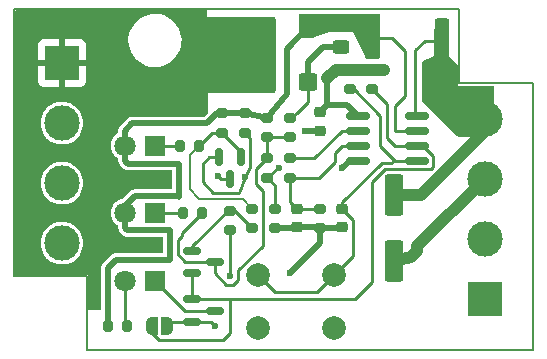
<source format=gtl>
G04 #@! TF.GenerationSoftware,KiCad,Pcbnew,7.0.1-3b83917a11~172~ubuntu20.04.1*
G04 #@! TF.CreationDate,2023-04-02T02:43:19+02:00*
G04 #@! TF.ProjectId,C64Saver2,43363453-6176-4657-9232-2e6b69636164,0.1*
G04 #@! TF.SameCoordinates,Original*
G04 #@! TF.FileFunction,Copper,L1,Top*
G04 #@! TF.FilePolarity,Positive*
%FSLAX46Y46*%
G04 Gerber Fmt 4.6, Leading zero omitted, Abs format (unit mm)*
G04 Created by KiCad (PCBNEW 7.0.1-3b83917a11~172~ubuntu20.04.1) date 2023-04-02 02:43:19*
%MOMM*%
%LPD*%
G01*
G04 APERTURE LIST*
G04 Aperture macros list*
%AMRoundRect*
0 Rectangle with rounded corners*
0 $1 Rounding radius*
0 $2 $3 $4 $5 $6 $7 $8 $9 X,Y pos of 4 corners*
0 Add a 4 corners polygon primitive as box body*
4,1,4,$2,$3,$4,$5,$6,$7,$8,$9,$2,$3,0*
0 Add four circle primitives for the rounded corners*
1,1,$1+$1,$2,$3*
1,1,$1+$1,$4,$5*
1,1,$1+$1,$6,$7*
1,1,$1+$1,$8,$9*
0 Add four rect primitives between the rounded corners*
20,1,$1+$1,$2,$3,$4,$5,0*
20,1,$1+$1,$4,$5,$6,$7,0*
20,1,$1+$1,$6,$7,$8,$9,0*
20,1,$1+$1,$8,$9,$2,$3,0*%
%AMFreePoly0*
4,1,19,0.500000,-0.750000,0.000000,-0.750000,0.000000,-0.744911,-0.071157,-0.744911,-0.207708,-0.704816,-0.327430,-0.627875,-0.420627,-0.520320,-0.479746,-0.390866,-0.500000,-0.250000,-0.500000,0.250000,-0.479746,0.390866,-0.420627,0.520320,-0.327430,0.627875,-0.207708,0.704816,-0.071157,0.744911,0.000000,0.744911,0.000000,0.750000,0.500000,0.750000,0.500000,-0.750000,0.500000,-0.750000,
$1*%
%AMFreePoly1*
4,1,19,0.000000,0.744911,0.071157,0.744911,0.207708,0.704816,0.327430,0.627875,0.420627,0.520320,0.479746,0.390866,0.500000,0.250000,0.500000,-0.250000,0.479746,-0.390866,0.420627,-0.520320,0.327430,-0.627875,0.207708,-0.704816,0.071157,-0.744911,0.000000,-0.744911,0.000000,-0.750000,-0.500000,-0.750000,-0.500000,0.750000,0.000000,0.750000,0.000000,0.744911,0.000000,0.744911,
$1*%
G04 Aperture macros list end*
G04 #@! TA.AperFunction,SMDPad,CuDef*
%ADD10RoundRect,0.150000X-0.825000X-0.150000X0.825000X-0.150000X0.825000X0.150000X-0.825000X0.150000X0*%
G04 #@! TD*
G04 #@! TA.AperFunction,ComponentPad*
%ADD11R,3.000000X3.000000*%
G04 #@! TD*
G04 #@! TA.AperFunction,ComponentPad*
%ADD12C,3.000000*%
G04 #@! TD*
G04 #@! TA.AperFunction,SMDPad,CuDef*
%ADD13RoundRect,0.250000X-0.550000X1.500000X-0.550000X-1.500000X0.550000X-1.500000X0.550000X1.500000X0*%
G04 #@! TD*
G04 #@! TA.AperFunction,SMDPad,CuDef*
%ADD14RoundRect,0.200000X-0.275000X0.200000X-0.275000X-0.200000X0.275000X-0.200000X0.275000X0.200000X0*%
G04 #@! TD*
G04 #@! TA.AperFunction,SMDPad,CuDef*
%ADD15RoundRect,0.200000X0.275000X-0.200000X0.275000X0.200000X-0.275000X0.200000X-0.275000X-0.200000X0*%
G04 #@! TD*
G04 #@! TA.AperFunction,SMDPad,CuDef*
%ADD16RoundRect,0.150000X-0.150000X0.587500X-0.150000X-0.587500X0.150000X-0.587500X0.150000X0.587500X0*%
G04 #@! TD*
G04 #@! TA.AperFunction,SMDPad,CuDef*
%ADD17FreePoly0,180.000000*%
G04 #@! TD*
G04 #@! TA.AperFunction,SMDPad,CuDef*
%ADD18FreePoly1,180.000000*%
G04 #@! TD*
G04 #@! TA.AperFunction,SMDPad,CuDef*
%ADD19RoundRect,0.225000X-0.250000X0.225000X-0.250000X-0.225000X0.250000X-0.225000X0.250000X0.225000X0*%
G04 #@! TD*
G04 #@! TA.AperFunction,SMDPad,CuDef*
%ADD20RoundRect,0.150000X-0.587500X-0.150000X0.587500X-0.150000X0.587500X0.150000X-0.587500X0.150000X0*%
G04 #@! TD*
G04 #@! TA.AperFunction,ComponentPad*
%ADD21R,1.800000X1.800000*%
G04 #@! TD*
G04 #@! TA.AperFunction,ComponentPad*
%ADD22C,1.800000*%
G04 #@! TD*
G04 #@! TA.AperFunction,SMDPad,CuDef*
%ADD23RoundRect,0.200000X-0.200000X-0.275000X0.200000X-0.275000X0.200000X0.275000X-0.200000X0.275000X0*%
G04 #@! TD*
G04 #@! TA.AperFunction,SMDPad,CuDef*
%ADD24RoundRect,0.200000X0.200000X0.275000X-0.200000X0.275000X-0.200000X-0.275000X0.200000X-0.275000X0*%
G04 #@! TD*
G04 #@! TA.AperFunction,SMDPad,CuDef*
%ADD25RoundRect,0.250000X-0.450000X0.325000X-0.450000X-0.325000X0.450000X-0.325000X0.450000X0.325000X0*%
G04 #@! TD*
G04 #@! TA.AperFunction,SMDPad,CuDef*
%ADD26RoundRect,0.250001X0.549999X0.499999X-0.549999X0.499999X-0.549999X-0.499999X0.549999X-0.499999X0*%
G04 #@! TD*
G04 #@! TA.AperFunction,SMDPad,CuDef*
%ADD27RoundRect,0.249999X1.350001X1.300001X-1.350001X1.300001X-1.350001X-1.300001X1.350001X-1.300001X0*%
G04 #@! TD*
G04 #@! TA.AperFunction,SMDPad,CuDef*
%ADD28RoundRect,0.250003X3.099997X2.999997X-3.099997X2.999997X-3.099997X-2.999997X3.099997X-2.999997X0*%
G04 #@! TD*
G04 #@! TA.AperFunction,SMDPad,CuDef*
%ADD29RoundRect,0.250000X0.362500X1.425000X-0.362500X1.425000X-0.362500X-1.425000X0.362500X-1.425000X0*%
G04 #@! TD*
G04 #@! TA.AperFunction,ComponentPad*
%ADD30C,2.000000*%
G04 #@! TD*
G04 #@! TA.AperFunction,ViaPad*
%ADD31C,0.600000*%
G04 #@! TD*
G04 #@! TA.AperFunction,Conductor*
%ADD32C,1.000000*%
G04 #@! TD*
G04 #@! TA.AperFunction,Conductor*
%ADD33C,0.254000*%
G04 #@! TD*
G04 #@! TA.AperFunction,Conductor*
%ADD34C,0.500000*%
G04 #@! TD*
G04 #@! TA.AperFunction,Conductor*
%ADD35C,0.200000*%
G04 #@! TD*
G04 #@! TA.AperFunction,Profile*
%ADD36C,0.150000*%
G04 #@! TD*
G04 APERTURE END LIST*
D10*
X169610000Y-92710000D03*
X169610000Y-93980000D03*
X169610000Y-95250000D03*
X169610000Y-96520000D03*
X174560000Y-96520000D03*
X174560000Y-95250000D03*
X174560000Y-93980000D03*
X174560000Y-92710000D03*
D11*
X180340000Y-108204000D03*
D12*
X180340000Y-103124000D03*
X180340000Y-98044000D03*
X180340000Y-92964000D03*
D13*
X172682208Y-99448374D03*
X172682208Y-105048374D03*
D14*
X160020000Y-92520000D03*
X160020000Y-94170000D03*
D15*
X161925000Y-97980000D03*
X161925000Y-96330000D03*
D14*
X170815000Y-88837000D03*
X170815000Y-90487000D03*
D11*
X144526000Y-88265000D03*
D12*
X144526000Y-93345000D03*
X144526000Y-98425000D03*
X144526000Y-103505000D03*
D14*
X163830000Y-92901000D03*
X163830000Y-94551000D03*
X160655000Y-100585000D03*
X160655000Y-102235000D03*
D16*
X159700000Y-96217500D03*
X157800000Y-96217500D03*
X158750000Y-98092500D03*
D17*
X153414630Y-110555705D03*
D18*
X152114630Y-110555705D03*
D19*
X168275000Y-100635000D03*
X168275000Y-102185000D03*
D14*
X163830000Y-96330000D03*
X163830000Y-97980000D03*
D20*
X155575000Y-108270000D03*
X155575000Y-110170000D03*
X157450000Y-109220000D03*
D14*
X162560000Y-100585000D03*
X162560000Y-102235000D03*
D21*
X152400000Y-100965000D03*
D22*
X149860000Y-100965000D03*
D14*
X166370000Y-100585000D03*
X166370000Y-102235000D03*
D23*
X148400000Y-110490000D03*
X150050000Y-110490000D03*
D24*
X156400000Y-100965000D03*
X154750000Y-100965000D03*
D25*
X168148000Y-84827000D03*
X168148000Y-86877000D03*
D19*
X164465000Y-100635000D03*
X164465000Y-102185000D03*
D20*
X155575000Y-104145000D03*
X155575000Y-106045000D03*
X157450000Y-105095000D03*
D23*
X154496000Y-95250000D03*
X156146000Y-95250000D03*
D19*
X166370000Y-92430000D03*
X166370000Y-93980000D03*
D14*
X158750000Y-100775000D03*
X158750000Y-102425000D03*
D26*
X165380000Y-89852000D03*
D27*
X160980000Y-89252000D03*
X160980000Y-85852000D03*
D28*
X159230000Y-87552000D03*
D27*
X157480000Y-89252000D03*
X157480000Y-85852000D03*
D26*
X165380000Y-85252000D03*
D21*
X152400000Y-95250000D03*
D22*
X149860000Y-95250000D03*
D14*
X158115000Y-92520000D03*
X158115000Y-94170000D03*
D29*
X176698500Y-86106000D03*
X170773500Y-86106000D03*
D21*
X152400000Y-106680000D03*
D22*
X149860000Y-106680000D03*
D14*
X161925000Y-92901000D03*
X161925000Y-94551000D03*
X168910000Y-88837000D03*
X168910000Y-90487000D03*
D30*
X161088000Y-106208000D03*
X167588000Y-106208000D03*
X161088000Y-110708000D03*
X167588000Y-110708000D03*
D31*
X168275000Y-97155000D03*
X157480000Y-110490000D03*
X157734000Y-97790000D03*
X158750000Y-106299000D03*
X165100000Y-93980000D03*
X163830000Y-106045000D03*
X175895000Y-88900000D03*
X177692427Y-91396637D03*
X177165000Y-90170000D03*
X176422427Y-91396637D03*
X175895000Y-90170000D03*
X177165000Y-88900000D03*
X171762093Y-88827176D03*
X160020000Y-97917263D03*
X162888928Y-97117043D03*
X153670000Y-90170000D03*
X154940000Y-90170000D03*
X157480000Y-87630000D03*
X157480000Y-88900000D03*
X161290000Y-90170000D03*
X161290000Y-85090000D03*
X157480000Y-90170000D03*
X158750000Y-86360000D03*
X158750000Y-85090000D03*
X148590000Y-90170000D03*
X160020000Y-86360000D03*
X161290000Y-87630000D03*
X160020000Y-88900000D03*
X160020000Y-87630000D03*
X161290000Y-88900000D03*
X157480000Y-86360000D03*
X151130000Y-90170000D03*
X161290000Y-86360000D03*
X154940000Y-88900000D03*
X160020000Y-90170000D03*
X149860000Y-88900000D03*
X158750000Y-88900000D03*
X157480000Y-85090000D03*
X148590000Y-87630000D03*
X158750000Y-87630000D03*
X149860000Y-90170000D03*
X158750000Y-90170000D03*
X148590000Y-88900000D03*
X160020000Y-85090000D03*
X152400000Y-90170000D03*
D32*
X172682208Y-99448374D02*
X174911896Y-99448374D01*
D33*
X171622518Y-96717873D02*
X168275000Y-100065391D01*
D32*
X174911896Y-99448374D02*
X180340000Y-94020270D01*
D33*
X172720000Y-96520000D02*
X172603159Y-96520000D01*
X172603159Y-96520000D02*
X172405286Y-96717873D01*
D32*
X180340000Y-94020270D02*
X180340000Y-92964000D01*
D33*
X168275000Y-100065391D02*
X168275000Y-100635000D01*
X174560000Y-95250000D02*
X175081001Y-95250000D01*
X175962000Y-96130999D02*
X175962000Y-97088000D01*
X170815000Y-98308159D02*
X170815000Y-106807000D01*
X172405286Y-96717873D02*
X171622518Y-96717873D01*
X169352000Y-108270000D02*
X170561000Y-107061000D01*
X175081001Y-95250000D02*
X175962000Y-96130999D01*
X175962000Y-97088000D02*
X175778626Y-97271374D01*
X175778626Y-97271374D02*
X171851785Y-97271374D01*
X171851785Y-97271374D02*
X170815000Y-98308159D01*
X170815000Y-106807000D02*
X170561000Y-107061000D01*
X166327768Y-97980000D02*
X167640000Y-96667768D01*
X167640000Y-96667768D02*
X167640000Y-95885000D01*
X167640000Y-95885000D02*
X168275000Y-95250000D01*
X168275000Y-95250000D02*
X169610000Y-95250000D01*
X163830000Y-96330000D02*
X165911240Y-96330000D01*
X165911240Y-96330000D02*
X168261240Y-93980000D01*
X168261240Y-93980000D02*
X169610000Y-93980000D01*
D34*
X169610000Y-96520000D02*
X168910000Y-96520000D01*
X168910000Y-96520000D02*
X168275000Y-97155000D01*
X167005000Y-91795000D02*
X168695000Y-91795000D01*
X168695000Y-91795000D02*
X169610000Y-92710000D01*
D33*
X168910000Y-90487000D02*
X169227000Y-90487000D01*
X169227000Y-90487000D02*
X171450000Y-92710000D01*
X171450000Y-92710000D02*
X171450000Y-95250000D01*
X171450000Y-95250000D02*
X172720000Y-96520000D01*
X172720000Y-96520000D02*
X174560000Y-96520000D01*
X170815000Y-90487000D02*
X172085000Y-91757000D01*
X172085000Y-91757000D02*
X172085000Y-94615000D01*
X172085000Y-94615000D02*
X172720000Y-95250000D01*
X172720000Y-95250000D02*
X174560000Y-95250000D01*
X173592496Y-91024927D02*
X172720000Y-91897423D01*
X172720000Y-93980000D02*
X174560000Y-93980000D01*
X172720000Y-91897423D02*
X172720000Y-93980000D01*
X176606000Y-86360000D02*
X175260000Y-86360000D01*
X175260000Y-86360000D02*
X174456500Y-87163500D01*
X174456500Y-87163500D02*
X174456500Y-92606500D01*
X174456500Y-92606500D02*
X174560000Y-92710000D01*
D34*
X154379000Y-99515000D02*
X150675000Y-99515000D01*
D33*
X172466000Y-86106000D02*
X170773500Y-86106000D01*
D34*
X154432000Y-99568000D02*
X154379000Y-99515000D01*
X153670000Y-104902000D02*
X149098000Y-104902000D01*
X150492208Y-93345000D02*
X156845000Y-93345000D01*
X153670000Y-102415000D02*
X153670000Y-104902000D01*
X149098000Y-104902000D02*
X148400000Y-105600000D01*
X150675000Y-99515000D02*
X149860000Y-100330000D01*
X160020000Y-92520000D02*
X161925000Y-92901000D01*
X150037208Y-102415000D02*
X153670000Y-102415000D01*
X149860000Y-95250000D02*
X149860000Y-96522792D01*
X158115000Y-92520000D02*
X160020000Y-92520000D01*
X150111208Y-96774000D02*
X154432000Y-96774000D01*
X157670000Y-92520000D02*
X158115000Y-92520000D01*
D33*
X173592496Y-87232496D02*
X172466000Y-86106000D01*
D34*
X163576000Y-87056000D02*
X165380000Y-85252000D01*
X149860000Y-95250000D02*
X149860000Y-93977208D01*
X149860000Y-100330000D02*
X149860000Y-100965000D01*
X149860000Y-102237792D02*
X150037208Y-102415000D01*
X148400000Y-105600000D02*
X148400000Y-110490000D01*
X149860000Y-93977208D02*
X150492208Y-93345000D01*
X161925000Y-92901000D02*
X163576000Y-90869000D01*
X149860000Y-100965000D02*
X149860000Y-102237792D01*
X156845000Y-93345000D02*
X157670000Y-92520000D01*
X154432000Y-96774000D02*
X154432000Y-99568000D01*
X149860000Y-96522792D02*
X150111208Y-96774000D01*
X163576000Y-90869000D02*
X163576000Y-87056000D01*
D33*
X173592496Y-91024927D02*
X173592496Y-87232496D01*
D34*
X168225000Y-102235000D02*
X168275000Y-102185000D01*
X166370000Y-103505000D02*
X163830000Y-106045000D01*
D32*
X174111000Y-104654000D02*
X174625000Y-104140000D01*
D33*
X153800335Y-110170000D02*
X153414630Y-110555705D01*
X157160000Y-110170000D02*
X157480000Y-110490000D01*
D34*
X166370000Y-102235000D02*
X168225000Y-102235000D01*
X166370000Y-93980000D02*
X165100000Y-93980000D01*
X162560000Y-102235000D02*
X164415000Y-102235000D01*
D32*
X172682208Y-105048374D02*
X174111000Y-104654000D01*
D33*
X158036500Y-98092500D02*
X157734000Y-97790000D01*
X155575000Y-110170000D02*
X157160000Y-110170000D01*
D32*
X174625000Y-103759000D02*
X180340000Y-98044000D01*
D34*
X164415000Y-102235000D02*
X164465000Y-102185000D01*
X164465000Y-102185000D02*
X166320000Y-102185000D01*
D33*
X158750000Y-98092500D02*
X158036500Y-98092500D01*
D34*
X166370000Y-102235000D02*
X166370000Y-103505000D01*
D32*
X174625000Y-104140000D02*
X174625000Y-103759000D01*
D33*
X158750000Y-102235000D02*
X158750000Y-106299000D01*
X155575000Y-110170000D02*
X153800335Y-110170000D01*
D34*
X166320000Y-102185000D02*
X166370000Y-102235000D01*
X168148000Y-86877000D02*
X166615000Y-86877000D01*
D33*
X164465000Y-92520000D02*
X163830000Y-92901000D01*
D34*
X165354000Y-88138000D02*
X165354000Y-89826000D01*
D33*
X165380000Y-91605000D02*
X164465000Y-92520000D01*
D34*
X165354000Y-89826000D02*
X165380000Y-89852000D01*
X166615000Y-86877000D02*
X165354000Y-88138000D01*
D33*
X165380000Y-89852000D02*
X165380000Y-91605000D01*
D32*
X167005000Y-89535000D02*
X167703000Y-88837000D01*
D34*
X166370000Y-92430000D02*
X167005000Y-91795000D01*
D32*
X171762093Y-88827176D02*
X170815000Y-88837000D01*
D34*
X167005000Y-91795000D02*
X167005000Y-89535000D01*
D33*
X176698500Y-89217270D02*
X176698500Y-86106000D01*
X175832000Y-88837000D02*
X175895000Y-88900000D01*
D32*
X170815000Y-88837000D02*
X168910000Y-88837000D01*
X167703000Y-88837000D02*
X168910000Y-88837000D01*
D33*
X161557000Y-99073000D02*
X160981000Y-98497000D01*
X154686000Y-102679000D02*
X156400000Y-100965000D01*
X161925000Y-94551000D02*
X161925000Y-96330000D01*
X154686000Y-102870000D02*
X154686000Y-102679000D01*
X157450000Y-105095000D02*
X154971499Y-105095000D01*
X159476500Y-105801417D02*
X161557000Y-103720917D01*
X157450000Y-106026427D02*
X158449073Y-107025500D01*
X159476500Y-106599927D02*
X159476500Y-105801417D01*
X154971499Y-105095000D02*
X154346501Y-104470002D01*
X161557000Y-103720917D02*
X161557000Y-99073000D01*
X158449073Y-107025500D02*
X159050927Y-107025500D01*
X163830000Y-94551000D02*
X161925000Y-94551000D01*
X154346501Y-103209499D02*
X154686000Y-102870000D01*
X160981000Y-98497000D02*
X160981000Y-97274000D01*
X160981000Y-97274000D02*
X161925000Y-96330000D01*
X157450000Y-105095000D02*
X157450000Y-106026427D01*
X159050927Y-107025500D02*
X159476500Y-106599927D01*
X154346501Y-104470002D02*
X154346501Y-103209499D01*
X160655000Y-102235000D02*
X159005000Y-100585000D01*
X155575000Y-103760000D02*
X155575000Y-104145000D01*
X158750000Y-100585000D02*
X155575000Y-103760000D01*
X159005000Y-100585000D02*
X158750000Y-100585000D01*
X160427000Y-94577000D02*
X160020000Y-94170000D01*
X157359000Y-99257000D02*
X156464000Y-98362000D01*
X157020500Y-96217500D02*
X157800000Y-96217500D01*
X162560000Y-100585000D02*
X162560000Y-98615000D01*
X160427000Y-97044001D02*
X160427000Y-94577000D01*
X156464000Y-96774000D02*
X157020500Y-96217500D01*
X160020000Y-97917263D02*
X160427000Y-97044001D01*
X162787957Y-97117043D02*
X161925000Y-97980000D01*
X162888928Y-97117043D02*
X162787957Y-97117043D01*
X159512000Y-99257000D02*
X157359000Y-99257000D01*
X160020000Y-97917263D02*
X159512000Y-99257000D01*
X156464000Y-98362000D02*
X156464000Y-96774000D01*
X162560000Y-98615000D02*
X161925000Y-97980000D01*
X169177000Y-101537000D02*
X169177000Y-104619000D01*
X169177000Y-104619000D02*
X167588000Y-106208000D01*
X168275000Y-100635000D02*
X169177000Y-101537000D01*
X166116000Y-107680000D02*
X162560000Y-107680000D01*
X162560000Y-107680000D02*
X161088000Y-106208000D01*
X167588000Y-106208000D02*
X166116000Y-107680000D01*
X163830000Y-100000000D02*
X164465000Y-100635000D01*
X163830000Y-97980000D02*
X166327768Y-97980000D01*
X163830000Y-97980000D02*
X163830000Y-100000000D01*
X164515000Y-100585000D02*
X164465000Y-100635000D01*
X166370000Y-100585000D02*
X164515000Y-100585000D01*
X157450000Y-109220000D02*
X154940000Y-109220000D01*
X154940000Y-109220000D02*
X152400000Y-106680000D01*
X152737760Y-111732705D02*
X158142295Y-111732705D01*
X152114630Y-111109575D02*
X152737760Y-111732705D01*
X158750000Y-108270000D02*
X169352000Y-108270000D01*
X152114630Y-110555705D02*
X152114630Y-111109575D01*
X158142295Y-111732705D02*
X158750000Y-111125000D01*
X158750000Y-108270000D02*
X155575000Y-108270000D01*
X158750000Y-111125000D02*
X158750000Y-108270000D01*
X155575000Y-108270000D02*
X155575000Y-106045000D01*
X150050000Y-110490000D02*
X149860000Y-110300000D01*
X149860000Y-110300000D02*
X149860000Y-106680000D01*
X152400000Y-95250000D02*
X154496000Y-95250000D01*
D35*
X156173000Y-99785000D02*
X155330472Y-98942472D01*
X155330472Y-98942472D02*
X155330472Y-96065528D01*
X160655000Y-100585000D02*
X159855000Y-99785000D01*
D33*
X158115000Y-94170000D02*
X157226000Y-94170000D01*
X159700000Y-96217500D02*
X159700000Y-95755000D01*
X157226000Y-94170000D02*
X156146000Y-95250000D01*
X159700000Y-95755000D02*
X158115000Y-94170000D01*
D35*
X155330472Y-96065528D02*
X156146000Y-95250000D01*
X159855000Y-99785000D02*
X156173000Y-99785000D01*
D33*
X152400000Y-100965000D02*
X154750000Y-100965000D01*
G04 #@! TA.AperFunction,Conductor*
G36*
X156787091Y-83785279D02*
G01*
X156833183Y-83831149D01*
X156850265Y-83893889D01*
X156867403Y-87441431D01*
X156891681Y-92466991D01*
X156882207Y-92515537D01*
X156854778Y-92556695D01*
X156653880Y-92757595D01*
X156613002Y-92784909D01*
X156564784Y-92794500D01*
X150503769Y-92794500D01*
X150499468Y-92794427D01*
X150494441Y-92794255D01*
X150435382Y-92792238D01*
X150435381Y-92792238D01*
X150395561Y-92801941D01*
X150382889Y-92804349D01*
X150342287Y-92809929D01*
X150325979Y-92817013D01*
X150305619Y-92823860D01*
X150288357Y-92828066D01*
X150252631Y-92848153D01*
X150241084Y-92853888D01*
X150203486Y-92870220D01*
X150189698Y-92881438D01*
X150171937Y-92893526D01*
X150156448Y-92902234D01*
X150127469Y-92931213D01*
X150117896Y-92939853D01*
X150086098Y-92965723D01*
X150075848Y-92980244D01*
X150062008Y-92996674D01*
X149478899Y-93579782D01*
X149475808Y-93582770D01*
X149428954Y-93626530D01*
X149407662Y-93661542D01*
X149400406Y-93672203D01*
X149375638Y-93704865D01*
X149369116Y-93721404D01*
X149359563Y-93740639D01*
X149350326Y-93755828D01*
X149339267Y-93795296D01*
X149335157Y-93807517D01*
X149320123Y-93845641D01*
X149318305Y-93863326D01*
X149314296Y-93884422D01*
X149309500Y-93901543D01*
X149309500Y-93942528D01*
X149308839Y-93955413D01*
X149304648Y-93996179D01*
X149307668Y-94013697D01*
X149309500Y-94035104D01*
X149309500Y-94108682D01*
X149293576Y-94169994D01*
X149249830Y-94215810D01*
X149133437Y-94287876D01*
X148969018Y-94437765D01*
X148834942Y-94615310D01*
X148735770Y-94814472D01*
X148674886Y-95028459D01*
X148674885Y-95028464D01*
X148654357Y-95250000D01*
X148674885Y-95471536D01*
X148674885Y-95471539D01*
X148674886Y-95471540D01*
X148735770Y-95685527D01*
X148796712Y-95807914D01*
X148834942Y-95884689D01*
X148969019Y-96062236D01*
X149133438Y-96212124D01*
X149233752Y-96274235D01*
X149249830Y-96284190D01*
X149293576Y-96330006D01*
X149309500Y-96391318D01*
X149309500Y-96511231D01*
X149309427Y-96515532D01*
X149307238Y-96579619D01*
X149316941Y-96619438D01*
X149319349Y-96632111D01*
X149324929Y-96672710D01*
X149332010Y-96689011D01*
X149338858Y-96709373D01*
X149343067Y-96726645D01*
X149363154Y-96762372D01*
X149368890Y-96773920D01*
X149385219Y-96811510D01*
X149385220Y-96811512D01*
X149396435Y-96825297D01*
X149408522Y-96843056D01*
X149417235Y-96858552D01*
X149446209Y-96887526D01*
X149454853Y-96897103D01*
X149480722Y-96928900D01*
X149495242Y-96939149D01*
X149511675Y-96952992D01*
X149713767Y-97155084D01*
X149716757Y-97158177D01*
X149760528Y-97205044D01*
X149765049Y-97207793D01*
X149795540Y-97226335D01*
X149806205Y-97233594D01*
X149838866Y-97258361D01*
X149855397Y-97264880D01*
X149874637Y-97274435D01*
X149889826Y-97283672D01*
X149907273Y-97288560D01*
X149929295Y-97294731D01*
X149941513Y-97298839D01*
X149979644Y-97313876D01*
X149996340Y-97315592D01*
X149997318Y-97315693D01*
X150018425Y-97319704D01*
X150035543Y-97324500D01*
X150076528Y-97324500D01*
X150089413Y-97325161D01*
X150092150Y-97325442D01*
X150130180Y-97329352D01*
X150144753Y-97326839D01*
X150147697Y-97326332D01*
X150169104Y-97324500D01*
X153755500Y-97324500D01*
X153818500Y-97341381D01*
X153864619Y-97387500D01*
X153881500Y-97450500D01*
X153881500Y-98838500D01*
X153864619Y-98901500D01*
X153818500Y-98947619D01*
X153755500Y-98964500D01*
X150686561Y-98964500D01*
X150682260Y-98964427D01*
X150677233Y-98964255D01*
X150618174Y-98962238D01*
X150618173Y-98962238D01*
X150578353Y-98971941D01*
X150565681Y-98974349D01*
X150525079Y-98979929D01*
X150508771Y-98987013D01*
X150488411Y-98993860D01*
X150471149Y-98998066D01*
X150435423Y-99018153D01*
X150423876Y-99023888D01*
X150386278Y-99040220D01*
X150372490Y-99051438D01*
X150354729Y-99063526D01*
X150339240Y-99072234D01*
X150310261Y-99101213D01*
X150300688Y-99109853D01*
X150268890Y-99135723D01*
X150258640Y-99150244D01*
X150244800Y-99166674D01*
X149651162Y-99760311D01*
X149620821Y-99782678D01*
X149585222Y-99795069D01*
X149530062Y-99805381D01*
X149322594Y-99885754D01*
X149133441Y-100002873D01*
X148969018Y-100152765D01*
X148834942Y-100330310D01*
X148735770Y-100529472D01*
X148674886Y-100743459D01*
X148674885Y-100743464D01*
X148654357Y-100965000D01*
X148674885Y-101186536D01*
X148674885Y-101186539D01*
X148674886Y-101186540D01*
X148735770Y-101400527D01*
X148736839Y-101402673D01*
X148834942Y-101599689D01*
X148969019Y-101777236D01*
X149133438Y-101927124D01*
X149225226Y-101983956D01*
X149249830Y-101999190D01*
X149293576Y-102045006D01*
X149309500Y-102106318D01*
X149309500Y-102226231D01*
X149309427Y-102230532D01*
X149307238Y-102294619D01*
X149316941Y-102334438D01*
X149319349Y-102347111D01*
X149324929Y-102387710D01*
X149332010Y-102404011D01*
X149338858Y-102424373D01*
X149343067Y-102441645D01*
X149363154Y-102477372D01*
X149368890Y-102488920D01*
X149369976Y-102491419D01*
X149385220Y-102526512D01*
X149396435Y-102540297D01*
X149408522Y-102558056D01*
X149417235Y-102573552D01*
X149446209Y-102602526D01*
X149454853Y-102612103D01*
X149480722Y-102643900D01*
X149495242Y-102654149D01*
X149511675Y-102667992D01*
X149639767Y-102796084D01*
X149642757Y-102799177D01*
X149686528Y-102846044D01*
X149701626Y-102855225D01*
X149721540Y-102867335D01*
X149732205Y-102874594D01*
X149764866Y-102899361D01*
X149781397Y-102905880D01*
X149800637Y-102915435D01*
X149815826Y-102924672D01*
X149833273Y-102929560D01*
X149855295Y-102935731D01*
X149867513Y-102939839D01*
X149905644Y-102954876D01*
X149922340Y-102956592D01*
X149923318Y-102956693D01*
X149944425Y-102960704D01*
X149961543Y-102965500D01*
X150002528Y-102965500D01*
X150015413Y-102966161D01*
X150018150Y-102966442D01*
X150056180Y-102970352D01*
X150070753Y-102967839D01*
X150073697Y-102967332D01*
X150095104Y-102965500D01*
X152993500Y-102965500D01*
X153056500Y-102982381D01*
X153102619Y-103028500D01*
X153119500Y-103091500D01*
X153119500Y-104225500D01*
X153102619Y-104288500D01*
X153056500Y-104334619D01*
X152993500Y-104351500D01*
X149109561Y-104351500D01*
X149105260Y-104351427D01*
X149100233Y-104351255D01*
X149041174Y-104349238D01*
X149041173Y-104349238D01*
X149001353Y-104358941D01*
X148988681Y-104361349D01*
X148948079Y-104366929D01*
X148931771Y-104374013D01*
X148911411Y-104380860D01*
X148894149Y-104385066D01*
X148858423Y-104405153D01*
X148846876Y-104410888D01*
X148809278Y-104427220D01*
X148795490Y-104438438D01*
X148777729Y-104450526D01*
X148762240Y-104459234D01*
X148733261Y-104488213D01*
X148723688Y-104496853D01*
X148691890Y-104522723D01*
X148681640Y-104537244D01*
X148667800Y-104553674D01*
X148018899Y-105202574D01*
X148015808Y-105205562D01*
X147968954Y-105249322D01*
X147947662Y-105284334D01*
X147940406Y-105294995D01*
X147915638Y-105327657D01*
X147909116Y-105344196D01*
X147899563Y-105363431D01*
X147890326Y-105378620D01*
X147879267Y-105418088D01*
X147875157Y-105430309D01*
X147860123Y-105468433D01*
X147858305Y-105486118D01*
X147854296Y-105507214D01*
X147849500Y-105524335D01*
X147849500Y-105565320D01*
X147848839Y-105578205D01*
X147844648Y-105618971D01*
X147847668Y-105636489D01*
X147849500Y-105657896D01*
X147849500Y-109072089D01*
X147832857Y-109134675D01*
X147787325Y-109180728D01*
X147724933Y-109198080D01*
X146887931Y-109207591D01*
X146824328Y-109191193D01*
X146777620Y-109145013D01*
X146760500Y-109081600D01*
X146760500Y-106344530D01*
X146762414Y-106322650D01*
X146764124Y-106312952D01*
X146762414Y-106303254D01*
X146760871Y-106285619D01*
X146756290Y-106268522D01*
X146754581Y-106258829D01*
X146754581Y-106258828D01*
X146754579Y-106258827D01*
X146751062Y-106252735D01*
X146746549Y-106247355D01*
X146738016Y-106242429D01*
X146720025Y-106229831D01*
X146712479Y-106223499D01*
X146705881Y-106221097D01*
X146698952Y-106219875D01*
X146689254Y-106221586D01*
X146667375Y-106223500D01*
X140663500Y-106223500D01*
X140600500Y-106206619D01*
X140554381Y-106160500D01*
X140537500Y-106097500D01*
X140537500Y-103505000D01*
X142720451Y-103505000D01*
X142740617Y-103774105D01*
X142800665Y-104037193D01*
X142899258Y-104288400D01*
X142935689Y-104351500D01*
X143034185Y-104522102D01*
X143202439Y-104733085D01*
X143293012Y-104817124D01*
X143400258Y-104916635D01*
X143516703Y-104996025D01*
X143623226Y-105068651D01*
X143693940Y-105102705D01*
X143866358Y-105185738D01*
X143914472Y-105200579D01*
X144124228Y-105265280D01*
X144391071Y-105305500D01*
X144660927Y-105305500D01*
X144660929Y-105305500D01*
X144927772Y-105265280D01*
X145185641Y-105185738D01*
X145428775Y-105068651D01*
X145651741Y-104916635D01*
X145849561Y-104733085D01*
X146017815Y-104522102D01*
X146152743Y-104288398D01*
X146251334Y-104037195D01*
X146311383Y-103774103D01*
X146331549Y-103505000D01*
X146311383Y-103235897D01*
X146251334Y-102972805D01*
X146152743Y-102721602D01*
X146017815Y-102487898D01*
X145849561Y-102276915D01*
X145651741Y-102093365D01*
X145592529Y-102052995D01*
X145428775Y-101941349D01*
X145185641Y-101824261D01*
X144999197Y-101766751D01*
X144927772Y-101744720D01*
X144660929Y-101704500D01*
X144391071Y-101704500D01*
X144124228Y-101744720D01*
X144124224Y-101744721D01*
X144124225Y-101744721D01*
X143866358Y-101824261D01*
X143623225Y-101941349D01*
X143400258Y-102093364D01*
X143202442Y-102276912D01*
X143202439Y-102276915D01*
X143036750Y-102484682D01*
X143034183Y-102487901D01*
X142899258Y-102721599D01*
X142800665Y-102972806D01*
X142740617Y-103235894D01*
X142720451Y-103505000D01*
X140537500Y-103505000D01*
X140537500Y-98425000D01*
X142720451Y-98425000D01*
X142740617Y-98694105D01*
X142800665Y-98957193D01*
X142825832Y-99021317D01*
X142899257Y-99208398D01*
X143034185Y-99442102D01*
X143202439Y-99653085D01*
X143278346Y-99723516D01*
X143400258Y-99836635D01*
X143472302Y-99885753D01*
X143623226Y-99988651D01*
X143749271Y-100049351D01*
X143866358Y-100105738D01*
X143901498Y-100116577D01*
X144124228Y-100185280D01*
X144391071Y-100225500D01*
X144660927Y-100225500D01*
X144660929Y-100225500D01*
X144927772Y-100185280D01*
X145185641Y-100105738D01*
X145428775Y-99988651D01*
X145651741Y-99836635D01*
X145849561Y-99653085D01*
X146017815Y-99442102D01*
X146152743Y-99208398D01*
X146251334Y-98957195D01*
X146311383Y-98694103D01*
X146331549Y-98425000D01*
X146311383Y-98155897D01*
X146251334Y-97892805D01*
X146152743Y-97641602D01*
X146017815Y-97407898D01*
X145849561Y-97196915D01*
X145651741Y-97013365D01*
X145563190Y-96952992D01*
X145428775Y-96861349D01*
X145185641Y-96744261D01*
X144953681Y-96672712D01*
X144927772Y-96664720D01*
X144660929Y-96624500D01*
X144391071Y-96624500D01*
X144124228Y-96664720D01*
X144124224Y-96664721D01*
X144124225Y-96664721D01*
X143866358Y-96744261D01*
X143623225Y-96861349D01*
X143400258Y-97013364D01*
X143202442Y-97196912D01*
X143202439Y-97196915D01*
X143050452Y-97387500D01*
X143034183Y-97407901D01*
X142899258Y-97641599D01*
X142800665Y-97892806D01*
X142740617Y-98155894D01*
X142720451Y-98425000D01*
X140537500Y-98425000D01*
X140537500Y-93344999D01*
X142720451Y-93344999D01*
X142740617Y-93614105D01*
X142800665Y-93877193D01*
X142828235Y-93947439D01*
X142899257Y-94128398D01*
X143034185Y-94362102D01*
X143202439Y-94573085D01*
X143293012Y-94657124D01*
X143400258Y-94756635D01*
X143439589Y-94783450D01*
X143623226Y-94908651D01*
X143749270Y-94969351D01*
X143866358Y-95025738D01*
X143923868Y-95043477D01*
X144124228Y-95105280D01*
X144391071Y-95145500D01*
X144660927Y-95145500D01*
X144660929Y-95145500D01*
X144927772Y-95105280D01*
X145185641Y-95025738D01*
X145428775Y-94908651D01*
X145651741Y-94756635D01*
X145849561Y-94573085D01*
X146017815Y-94362102D01*
X146152743Y-94128398D01*
X146251334Y-93877195D01*
X146311383Y-93614103D01*
X146331549Y-93345000D01*
X146311383Y-93075897D01*
X146251334Y-92812805D01*
X146152743Y-92561602D01*
X146017815Y-92327898D01*
X145849561Y-92116915D01*
X145651741Y-91933365D01*
X145567901Y-91876204D01*
X145428775Y-91781349D01*
X145185641Y-91664261D01*
X144999197Y-91606751D01*
X144927772Y-91584720D01*
X144660929Y-91544500D01*
X144391071Y-91544500D01*
X144124228Y-91584720D01*
X144124224Y-91584721D01*
X144124225Y-91584721D01*
X143866358Y-91664261D01*
X143623225Y-91781349D01*
X143400258Y-91933364D01*
X143209052Y-92110779D01*
X143202439Y-92116915D01*
X143034185Y-92327898D01*
X143034183Y-92327901D01*
X142899258Y-92561599D01*
X142800665Y-92812806D01*
X142740617Y-93075894D01*
X142720451Y-93344999D01*
X140537500Y-93344999D01*
X140537500Y-88519000D01*
X142518000Y-88519000D01*
X142518000Y-89813589D01*
X142524505Y-89874093D01*
X142575554Y-90010962D01*
X142663095Y-90127904D01*
X142780037Y-90215445D01*
X142916906Y-90266494D01*
X142977411Y-90273000D01*
X144272000Y-90273000D01*
X144272000Y-88519000D01*
X144780000Y-88519000D01*
X144780000Y-90273000D01*
X146074589Y-90273000D01*
X146135093Y-90266494D01*
X146271962Y-90215445D01*
X146388904Y-90127904D01*
X146476445Y-90010962D01*
X146527494Y-89874093D01*
X146534000Y-89813589D01*
X146534000Y-88519000D01*
X144780000Y-88519000D01*
X144272000Y-88519000D01*
X142518000Y-88519000D01*
X140537500Y-88519000D01*
X140537500Y-88011000D01*
X142518000Y-88011000D01*
X144272000Y-88011000D01*
X144272000Y-86257000D01*
X144780000Y-86257000D01*
X144780000Y-88011000D01*
X146534000Y-88011000D01*
X146534000Y-86716411D01*
X146527494Y-86655906D01*
X146476445Y-86519037D01*
X146411911Y-86432829D01*
X150150803Y-86432829D01*
X150180962Y-86732622D01*
X150250811Y-87025721D01*
X150359103Y-87306894D01*
X150432831Y-87441431D01*
X150503906Y-87571127D01*
X150682632Y-87813696D01*
X150682634Y-87813698D01*
X150892100Y-88030284D01*
X151128565Y-88217018D01*
X151387810Y-88370569D01*
X151537446Y-88434020D01*
X151665208Y-88488196D01*
X151955806Y-88567800D01*
X152142237Y-88592872D01*
X152254427Y-88607960D01*
X152480319Y-88607960D01*
X152480324Y-88607960D01*
X152705714Y-88592872D01*
X153000983Y-88532856D01*
X153285617Y-88434020D01*
X153554539Y-88298128D01*
X153802949Y-88127604D01*
X154026413Y-87925492D01*
X154220945Y-87695399D01*
X154220947Y-87695397D01*
X154383072Y-87441431D01*
X154383073Y-87441430D01*
X154509903Y-87168118D01*
X154599173Y-86880339D01*
X154649289Y-86583230D01*
X154659357Y-86282091D01*
X154629198Y-85982298D01*
X154559349Y-85689199D01*
X154451057Y-85408026D01*
X154306255Y-85143795D01*
X154214690Y-85019522D01*
X154127527Y-84901223D01*
X154019407Y-84789428D01*
X153918060Y-84684636D01*
X153681595Y-84497902D01*
X153422350Y-84344351D01*
X153422347Y-84344350D01*
X153422346Y-84344349D01*
X153144951Y-84226723D01*
X152854353Y-84147119D01*
X152584347Y-84110808D01*
X152555733Y-84106960D01*
X152329836Y-84106960D01*
X152217141Y-84114503D01*
X152104441Y-84122048D01*
X151809176Y-84182063D01*
X151524542Y-84280899D01*
X151255625Y-84416789D01*
X151007210Y-84587316D01*
X150783745Y-84789429D01*
X150589212Y-85019522D01*
X150427087Y-85273488D01*
X150300258Y-85546798D01*
X150210986Y-85834581D01*
X150160871Y-86131687D01*
X150156556Y-86260749D01*
X150150803Y-86432829D01*
X146411911Y-86432829D01*
X146388904Y-86402095D01*
X146271962Y-86314554D01*
X146135093Y-86263505D01*
X146074589Y-86257000D01*
X144780000Y-86257000D01*
X144272000Y-86257000D01*
X142977411Y-86257000D01*
X142916906Y-86263505D01*
X142780037Y-86314554D01*
X142663095Y-86402095D01*
X142575554Y-86519037D01*
X142524505Y-86655906D01*
X142518000Y-86716411D01*
X142518000Y-88011000D01*
X140537500Y-88011000D01*
X140537500Y-83894500D01*
X140554381Y-83831500D01*
X140600500Y-83785381D01*
X140663500Y-83768500D01*
X156724267Y-83768500D01*
X156787091Y-83785279D01*
G37*
G04 #@! TD.AperFunction*
G04 #@! TA.AperFunction,Conductor*
G36*
X171388000Y-84090613D02*
G01*
X171433387Y-84136000D01*
X171450000Y-84198000D01*
X171450000Y-87760000D01*
X171433387Y-87822000D01*
X171388000Y-87867387D01*
X171326000Y-87884000D01*
X170304000Y-87884000D01*
X170242000Y-87867387D01*
X170196613Y-87822000D01*
X170180000Y-87760000D01*
X170180000Y-87629999D01*
X169164001Y-85598001D01*
X169164000Y-85598000D01*
X169163999Y-85598000D01*
X167132000Y-85598000D01*
X165884172Y-86097131D01*
X165838120Y-86106000D01*
X164716000Y-86106000D01*
X164654000Y-86089387D01*
X164608613Y-86044000D01*
X164592000Y-85982000D01*
X164592000Y-84198000D01*
X164608613Y-84136000D01*
X164654000Y-84090613D01*
X164716000Y-84074000D01*
X171326000Y-84074000D01*
X171388000Y-84090613D01*
G37*
G04 #@! TD.AperFunction*
G04 #@! TA.AperFunction,Conductor*
G36*
X177230000Y-85360613D02*
G01*
X177275387Y-85406000D01*
X177292000Y-85468000D01*
X177292000Y-87630000D01*
X178017681Y-88355681D01*
X178044561Y-88395909D01*
X178054000Y-88443362D01*
X178054000Y-90170000D01*
X180978000Y-90170000D01*
X181040000Y-90186613D01*
X181085387Y-90232000D01*
X181102000Y-90294000D01*
X181102000Y-92181877D01*
X181095637Y-92221089D01*
X180368263Y-94403212D01*
X180342355Y-94447437D01*
X180300775Y-94477407D01*
X180250626Y-94488000D01*
X178105362Y-94488000D01*
X178057909Y-94478561D01*
X178017681Y-94451681D01*
X175042319Y-91476319D01*
X175015439Y-91436091D01*
X175006000Y-91388638D01*
X175006000Y-88214636D01*
X175024519Y-88149445D01*
X175074546Y-88103727D01*
X176021998Y-87630001D01*
X176022000Y-87630000D01*
X176022000Y-85468000D01*
X176038613Y-85406000D01*
X176084000Y-85360613D01*
X176146000Y-85344000D01*
X177168000Y-85344000D01*
X177230000Y-85360613D01*
G37*
G04 #@! TD.AperFunction*
D36*
X146685000Y-106299000D02*
X140462000Y-106299000D01*
X184404000Y-89916000D02*
X184404000Y-112522000D01*
X140462000Y-106299000D02*
X140462000Y-83693000D01*
X178181000Y-83693000D02*
X178181000Y-89916000D01*
X140462000Y-83693000D02*
X178181000Y-83693000D01*
X184404000Y-112522000D02*
X146685000Y-112522000D01*
X178181000Y-89916000D02*
X184404000Y-89916000D01*
X146685000Y-112522000D02*
X146685000Y-106299000D01*
M02*

</source>
